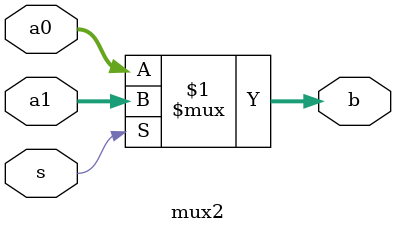
<source format=v>
module mux2(
    input s,
    input [31:0]a0,a1,
    output [31:0]b
);


    assign b = s ? a1 : a0;

endmodule
</source>
